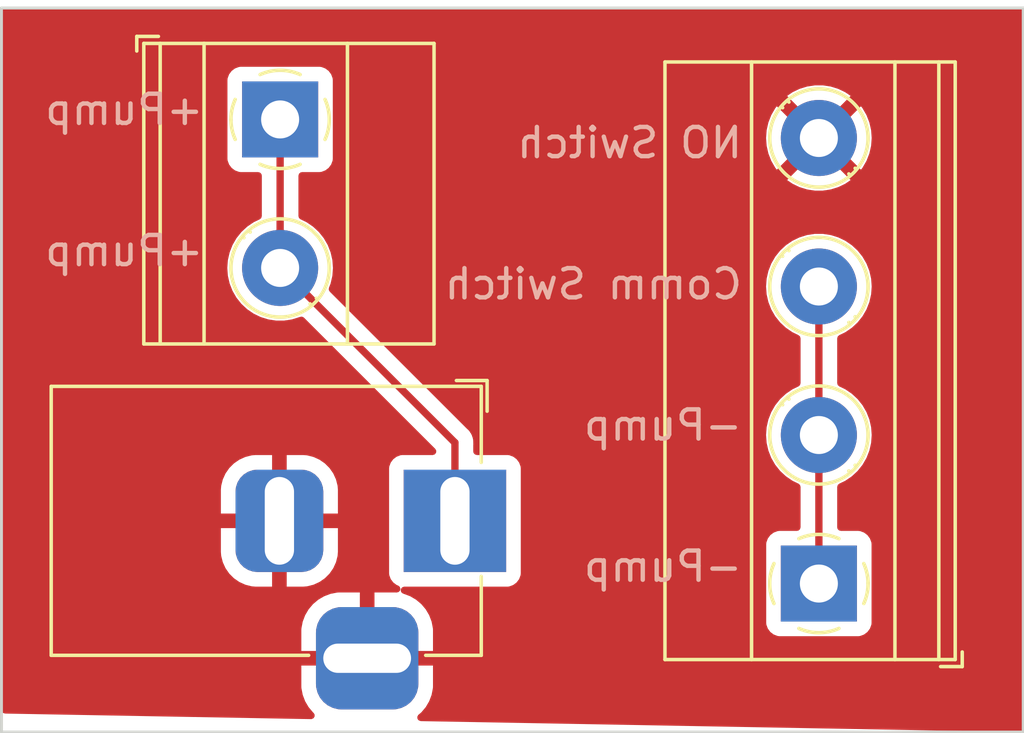
<source format=kicad_pcb>
(kicad_pcb (version 20221018) (generator pcbnew)
  (layers (0 "F.Cu" signal) (31 "B.Cu" signal) (34 "B.Paste" user) (35 "F.Paste" user) (36 "B.SilkS" user "B.Silkscreen") (37 "F.SilkS" user "F.Silkscreen") (38 "B.Mask" user) (39 "F.Mask" user) (44 "Edge.Cuts" user))
  (net 0 "")
  (net 1 "Net-(J2-Pin_1)")
  (net 2 "GND")
  (net 3 "Net-(J3-Pin_1)")
  (footprint "Connector_BarrelJack:BarrelJack_Horizontal" (layer "F.Cu") (at 143.77 98.82)
    (fp_text reference "J1" hide)
    (fp_text value "Barrel_Jack")
    (fp_line (start -13.8 -4.6) (end 0.9 -4.6) (stroke (width 0.12)) (layer "F.SilkS"))
    (fp_line (start -13.8 4.6) (end -13.8 -4.6) (stroke (width 0.12)) (layer "F.SilkS"))
    (fp_line (start -5 4.6) (end -13.8 4.6) (stroke (width 0.12)) (layer "F.SilkS"))
    (fp_line (start 0.05 -4.8) (end 1.1 -4.8) (stroke (width 0.12)) (layer "F.SilkS"))
    (fp_line (start 0.9 -4.6) (end 0.9 -2) (stroke (width 0.12)) (layer "F.SilkS"))
    (fp_line (start 0.9 1.9) (end 0.9 4.6) (stroke (width 0.12)) (layer "F.SilkS"))
    (fp_line (start 0.9 4.6) (end -1 4.6) (stroke (width 0.12)) (layer "F.SilkS"))
    (fp_line (start 1.1 -3.75) (end 1.1 -4.8) (stroke (width 0.12)) (layer "F.SilkS"))
    (pad "1" thru_hole rect (at 0 0) (size 3.5 3.5) (drill oval 1 3) (layers "*.Cu" "*.Mask") (net 1 "Net-(J2-Pin_1)"))
    (pad "2" thru_hole roundrect (at -6 0) (size 3 3.5) (drill oval 1 3) (layers "*.Cu" "*.Mask") (net 2 "GND"))
    (pad "3" thru_hole roundrect (at -3 4.7) (size 3.5 3.5) (drill oval 3 1) (layers "*.Cu" "*.Mask") (net 2 "GND"))
  )
  (footprint "TerminalBlock_Phoenix:TerminalBlock_Phoenix_MKDS-1,5-4-5.08_1x04_P5.08mm_Horizontal" (layer "F.Cu") (at 156.21 100.965 90)
    (fp_text reference "J3" hide)
    (fp_text value "Negative Terminal")
    (fp_line (start -2.84 4.16) (end -2.84 4.9) (stroke (width 0.12)) (layer "F.SilkS"))
    (fp_line (start -2.84 4.9) (end -2.34 4.9) (stroke (width 0.12)) (layer "F.SilkS"))
    (fp_line (start -2.6 -5.261) (end -2.6 4.66) (stroke (width 0.12)) (layer "F.SilkS"))
    (fp_line (start -2.6 -5.261) (end 17.84 -5.261) (stroke (width 0.12)) (layer "F.SilkS"))
    (fp_line (start -2.6 -2.301) (end 17.84 -2.301) (stroke (width 0.12)) (layer "F.SilkS"))
    (fp_line (start -2.6 2.6) (end 17.84 2.6) (stroke (width 0.12)) (layer "F.SilkS"))
    (fp_line (start -2.6 4.1) (end 17.84 4.1) (stroke (width 0.12)) (layer "F.SilkS"))
    (fp_line (start -2.6 4.66) (end 17.84 4.66) (stroke (width 0.12)) (layer "F.SilkS"))
    (fp_line (start 3.853 1.023) (end 3.806 1.069) (stroke (width 0.12)) (layer "F.SilkS"))
    (fp_line (start 4.046 1.239) (end 4.011 1.274) (stroke (width 0.12)) (layer "F.SilkS"))
    (fp_line (start 6.15 -1.275) (end 6.115 -1.239) (stroke (width 0.12)) (layer "F.SilkS"))
    (fp_line (start 6.355 -1.069) (end 6.308 -1.023) (stroke (width 0.12)) (layer "F.SilkS"))
    (fp_line (start 8.933 1.023) (end 8.886 1.069) (stroke (width 0.12)) (layer "F.SilkS"))
    (fp_line (start 9.126 1.239) (end 9.091 1.274) (stroke (width 0.12)) (layer "F.SilkS"))
    (fp_line (start 11.23 -1.275) (end 11.195 -1.239) (stroke (width 0.12)) (layer "F.SilkS"))
    (fp_line (start 11.435 -1.069) (end 11.388 -1.023) (stroke (width 0.12)) (layer "F.SilkS"))
    (fp_line (start 14.013 1.023) (end 13.966 1.069) (stroke (width 0.12)) (layer "F.SilkS"))
    (fp_line (start 14.206 1.239) (end 14.171 1.274) (stroke (width 0.12)) (layer "F.SilkS"))
    (fp_line (start 16.31 -1.275) (end 16.275 -1.239) (stroke (width 0.12)) (layer "F.SilkS"))
    (fp_line (start 16.515 -1.069) (end 16.468 -1.023) (stroke (width 0.12)) (layer "F.SilkS"))
    (fp_line (start 17.84 -5.261) (end 17.84 4.66) (stroke (width 0.12)) (layer "F.SilkS"))
    (fp_arc (start -1.535427 0.683042) (mid -1.680501 -0.000524) (end -1.535 -0.684) (stroke (width 0.12)) (layer "F.SilkS"))
    (fp_arc (start -0.683042 -1.535427) (mid 0.000524 -1.680501) (end 0.684 -1.535) (stroke (width 0.12)) (layer "F.SilkS"))
    (fp_arc (start 0.028805 1.680253) (mid -0.335551 1.646659) (end -0.684 1.535) (stroke (width 0.12)) (layer "F.SilkS"))
    (fp_arc (start 0.683318 1.534756) (mid 0.349292 1.643288) (end 0 1.68) (stroke (width 0.12)) (layer "F.SilkS"))
    (fp_arc (start 1.535427 -0.683042) (mid 1.680501 0.000524) (end 1.535 0.684) (stroke (width 0.12)) (layer "F.SilkS"))
    (fp_circle (center 5.08 0) (end 6.76 0) (stroke (width 0.12)) (fill none) (layer "F.SilkS"))
    (fp_circle (center 10.16 0) (end 11.84 0) (stroke (width 0.12)) (fill none) (layer "F.SilkS"))
    (fp_circle (center 15.24 0) (end 16.92 0) (stroke (width 0.12)) (fill none) (layer "F.SilkS"))
    (pad "1" thru_hole rect (at 0 0 90) (size 2.6 2.6) (drill 1.3) (layers "*.Cu" "*.Mask") (net 3 "Net-(J3-Pin_1)"))
    (pad "2" thru_hole circle (at 5.08 0 90) (size 2.6 2.6) (drill 1.3) (layers "*.Cu" "*.Mask") (net 3 "Net-(J3-Pin_1)"))
    (pad "3" thru_hole circle (at 10.16 0 90) (size 2.6 2.6) (drill 1.3) (layers "*.Cu" "*.Mask") (net 3 "Net-(J3-Pin_1)"))
    (pad "4" thru_hole circle (at 15.24 0 90) (size 2.6 2.6) (drill 1.3) (layers "*.Cu" "*.Mask") (net 2 "GND"))
  )
  (footprint "TerminalBlock_Phoenix:TerminalBlock_Phoenix_MKDS-1,5-2-5.08_1x02_P5.08mm_Horizontal" (layer "F.Cu") (at 137.795 85.09 -90)
    (fp_text reference "J2" hide)
    (fp_text value "Positive Terminal")
    (fp_line (start -2.84 4.16) (end -2.84 4.9) (stroke (width 0.12)) (layer "F.SilkS"))
    (fp_line (start -2.84 4.9) (end -2.34 4.9) (stroke (width 0.12)) (layer "F.SilkS"))
    (fp_line (start -2.6 -5.261) (end -2.6 4.66) (stroke (width 0.12)) (layer "F.SilkS"))
    (fp_line (start -2.6 -5.261) (end 7.68 -5.261) (stroke (width 0.12)) (layer "F.SilkS"))
    (fp_line (start -2.6 -2.301) (end 7.68 -2.301) (stroke (width 0.12)) (layer "F.SilkS"))
    (fp_line (start -2.6 2.6) (end 7.68 2.6) (stroke (width 0.12)) (layer "F.SilkS"))
    (fp_line (start -2.6 4.1) (end 7.68 4.1) (stroke (width 0.12)) (layer "F.SilkS"))
    (fp_line (start -2.6 4.66) (end 7.68 4.66) (stroke (width 0.12)) (layer "F.SilkS"))
    (fp_line (start 3.853 1.023) (end 3.806 1.069) (stroke (width 0.12)) (layer "F.SilkS"))
    (fp_line (start 4.046 1.239) (end 4.011 1.274) (stroke (width 0.12)) (layer "F.SilkS"))
    (fp_line (start 6.15 -1.275) (end 6.115 -1.239) (stroke (width 0.12)) (layer "F.SilkS"))
    (fp_line (start 6.355 -1.069) (end 6.308 -1.023) (stroke (width 0.12)) (layer "F.SilkS"))
    (fp_line (start 7.68 -5.261) (end 7.68 4.66) (stroke (width 0.12)) (layer "F.SilkS"))
    (fp_arc (start -1.535427 0.683042) (mid -1.680501 -0.000524) (end -1.535 -0.684) (stroke (width 0.12)) (layer "F.SilkS"))
    (fp_arc (start -0.683042 -1.535427) (mid 0.000524 -1.680501) (end 0.684 -1.535) (stroke (width 0.12)) (layer "F.SilkS"))
    (fp_arc (start 0.028805 1.680253) (mid -0.335551 1.646659) (end -0.684 1.535) (stroke (width 0.12)) (layer "F.SilkS"))
    (fp_arc (start 0.683318 1.534756) (mid 0.349292 1.643288) (end 0 1.68) (stroke (width 0.12)) (layer "F.SilkS"))
    (fp_arc (start 1.535427 -0.683042) (mid 1.680501 0.000524) (end 1.535 0.684) (stroke (width 0.12)) (layer "F.SilkS"))
    (fp_circle (center 5.08 0) (end 6.76 0) (stroke (width 0.12)) (fill none) (layer "F.SilkS"))
    (pad "1" thru_hole rect (at 0 0 270) (size 2.6 2.6) (drill 1.3) (layers "*.Cu" "*.Mask") (net 1 "Net-(J2-Pin_1)"))
    (pad "2" thru_hole circle (at 5.08 0 270) (size 2.6 2.6) (drill 1.3) (layers "*.Cu" "*.Mask") (net 1 "Net-(J2-Pin_1)"))
  )
  (gr_line (start 163.195 81.28) (end 163.195 106.045) (stroke (width 0.1)) (layer "Edge.Cuts"))
  (gr_line (start 163.195 106.045) (end 128.27 106.045) (stroke (width 0.1)) (layer "Edge.Cuts"))
  (gr_line (start 128.27 81.28) (end 163.195 81.28) (stroke (width 0.1)) (layer "Edge.Cuts"))
  (gr_line (start 128.27 106.045) (end 128.27 81.28) (stroke (width 0.1)) (layer "Edge.Cuts"))
  (gr_text "+Pump\n\n\n+Pump" (at 135.255 90.17) (layer "B.SilkS") (effects (font (size 1 1)) (justify left bottom mirror)))
  (gr_text "NO Switch\n\n\nComm Switch\n\n\n-Pump\n\n\n-Pump" (at 153.67 100.965) (layer "B.SilkS") (effects (font (size 1 1)) (justify left bottom mirror)))
  (segment (start 143.77 96.145) (end 137.795 90.17) (width 0.25) (layer "F.Cu") (net 1))
  (segment (start 143.77 98.82) (end 143.77 96.145) (width 0.25) (layer "F.Cu") (net 1))
  (segment (start 137.795 90.17) (end 137.795 85.09) (width 0.25) (layer "F.Cu") (net 1))
  (segment (start 156.21 95.885) (end 156.21 90.805) (width 0.25) (layer "F.Cu") (net 3))
  (segment (start 156.21 100.965) (end 156.21 95.885) (width 0.25) (layer "F.Cu") (net 3))
  (zone (net 2) (net_name "GND") (layer "F.Cu") (connect_pads (clearance 0.5)) (min_thickness 0.25) (fill yes (thermal_gap 0.5) (thermal_bridge_width 0.5))
    (polygon (pts (xy 128.27 81.28) (xy 163.195 81.28) (xy 163.195 106.045) (xy 128.27 105.41)))
  )
)
</source>
